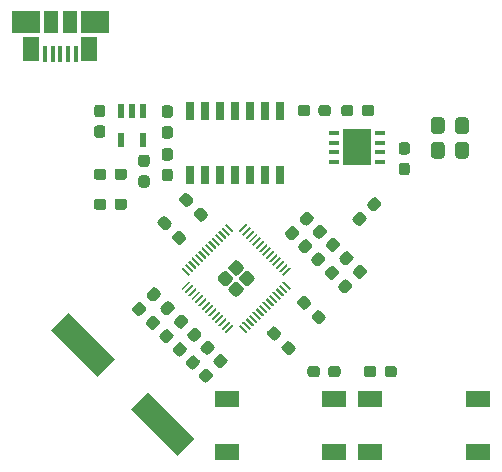
<source format=gtp>
G04 #@! TF.GenerationSoftware,KiCad,Pcbnew,(5.1.6)-1*
G04 #@! TF.CreationDate,2024-01-16T16:31:11-05:00*
G04 #@! TF.ProjectId,amiga-500-usb-kb-rp2040,616d6967-612d-4353-9030-2d7573622d6b,rev?*
G04 #@! TF.SameCoordinates,Original*
G04 #@! TF.FileFunction,Paste,Top*
G04 #@! TF.FilePolarity,Positive*
%FSLAX46Y46*%
G04 Gerber Fmt 4.6, Leading zero omitted, Abs format (unit mm)*
G04 Created by KiCad (PCBNEW (5.1.6)-1) date 2024-01-16 16:31:11*
%MOMM*%
%LPD*%
G01*
G04 APERTURE LIST*
%ADD10R,2.400000X3.100000*%
%ADD11R,0.850000X0.350000*%
%ADD12R,2.100000X1.400000*%
%ADD13R,0.650000X1.525000*%
%ADD14R,0.600000X1.200000*%
%ADD15C,0.100000*%
%ADD16R,0.450000X1.380000*%
%ADD17R,1.475000X2.100000*%
%ADD18R,1.175000X1.900000*%
%ADD19R,2.375000X1.900000*%
G04 APERTURE END LIST*
D10*
X158940500Y-75438000D03*
D11*
X160890500Y-74238000D03*
X160890500Y-75038000D03*
X160890500Y-75838000D03*
X160890500Y-76638000D03*
X156990500Y-76638000D03*
X156990500Y-75838000D03*
X156990500Y-75038000D03*
X156990500Y-74238000D03*
D12*
X157013500Y-101246500D03*
X147913500Y-101246500D03*
X157013500Y-96746500D03*
X147913500Y-96746500D03*
X169183500Y-101274000D03*
X160083500Y-101274000D03*
X169183500Y-96774000D03*
X160083500Y-96774000D03*
D13*
X144843500Y-77769000D03*
X146113500Y-77769000D03*
X147383500Y-77769000D03*
X148653500Y-77769000D03*
X149923500Y-77769000D03*
X151193500Y-77769000D03*
X152463500Y-77769000D03*
X152463500Y-72345000D03*
X151193500Y-72345000D03*
X149923500Y-72345000D03*
X148653500Y-72345000D03*
X147383500Y-72345000D03*
X146113500Y-72345000D03*
X144843500Y-72345000D03*
D14*
X140843000Y-72326500D03*
X139893000Y-72326500D03*
X138943000Y-72326500D03*
X138943000Y-74826500D03*
X140843000Y-74826500D03*
G36*
G01*
X168405500Y-75241999D02*
X168405500Y-76142001D01*
G75*
G02*
X168155501Y-76392000I-249999J0D01*
G01*
X167505499Y-76392000D01*
G75*
G02*
X167255500Y-76142001I0J249999D01*
G01*
X167255500Y-75241999D01*
G75*
G02*
X167505499Y-74992000I249999J0D01*
G01*
X168155501Y-74992000D01*
G75*
G02*
X168405500Y-75241999I0J-249999D01*
G01*
G37*
G36*
G01*
X166355500Y-75241999D02*
X166355500Y-76142001D01*
G75*
G02*
X166105501Y-76392000I-249999J0D01*
G01*
X165455499Y-76392000D01*
G75*
G02*
X165205500Y-76142001I0J249999D01*
G01*
X165205500Y-75241999D01*
G75*
G02*
X165455499Y-74992000I249999J0D01*
G01*
X166105501Y-74992000D01*
G75*
G02*
X166355500Y-75241999I0J-249999D01*
G01*
G37*
G36*
G01*
X166355500Y-73146499D02*
X166355500Y-74046501D01*
G75*
G02*
X166105501Y-74296500I-249999J0D01*
G01*
X165455499Y-74296500D01*
G75*
G02*
X165205500Y-74046501I0J249999D01*
G01*
X165205500Y-73146499D01*
G75*
G02*
X165455499Y-72896500I249999J0D01*
G01*
X166105501Y-72896500D01*
G75*
G02*
X166355500Y-73146499I0J-249999D01*
G01*
G37*
G36*
G01*
X168405500Y-73146499D02*
X168405500Y-74046501D01*
G75*
G02*
X168155501Y-74296500I-249999J0D01*
G01*
X167505499Y-74296500D01*
G75*
G02*
X167255500Y-74046501I0J249999D01*
G01*
X167255500Y-73146499D01*
G75*
G02*
X167505499Y-72896500I249999J0D01*
G01*
X168155501Y-72896500D01*
G75*
G02*
X168405500Y-73146499I0J-249999D01*
G01*
G37*
G36*
G01*
X148951926Y-82484636D02*
X149499935Y-81936629D01*
G75*
G02*
X149570645Y-81936629I35355J-35355D01*
G01*
X149641355Y-82007339D01*
G75*
G02*
X149641355Y-82078049I-35355J-35355D01*
G01*
X149093347Y-82626057D01*
G75*
G02*
X149022637Y-82626057I-35355J35355D01*
G01*
X148951927Y-82555347D01*
G75*
G02*
X148951927Y-82484637I35355J35355D01*
G01*
G37*
G36*
G01*
X149234769Y-82767479D02*
X149782778Y-82219472D01*
G75*
G02*
X149853488Y-82219472I35355J-35355D01*
G01*
X149924198Y-82290182D01*
G75*
G02*
X149924198Y-82360892I-35355J-35355D01*
G01*
X149376190Y-82908900D01*
G75*
G02*
X149305480Y-82908900I-35355J35355D01*
G01*
X149234770Y-82838190D01*
G75*
G02*
X149234770Y-82767480I35355J35355D01*
G01*
G37*
G36*
G01*
X149517611Y-83050321D02*
X150065620Y-82502314D01*
G75*
G02*
X150136330Y-82502314I35355J-35355D01*
G01*
X150207040Y-82573024D01*
G75*
G02*
X150207040Y-82643734I-35355J-35355D01*
G01*
X149659032Y-83191742D01*
G75*
G02*
X149588322Y-83191742I-35355J35355D01*
G01*
X149517612Y-83121032D01*
G75*
G02*
X149517612Y-83050322I35355J35355D01*
G01*
G37*
G36*
G01*
X149800454Y-83333164D02*
X150348463Y-82785157D01*
G75*
G02*
X150419173Y-82785157I35355J-35355D01*
G01*
X150489883Y-82855867D01*
G75*
G02*
X150489883Y-82926577I-35355J-35355D01*
G01*
X149941875Y-83474585D01*
G75*
G02*
X149871165Y-83474585I-35355J35355D01*
G01*
X149800455Y-83403875D01*
G75*
G02*
X149800455Y-83333165I35355J35355D01*
G01*
G37*
G36*
G01*
X150083297Y-83616007D02*
X150631306Y-83068000D01*
G75*
G02*
X150702016Y-83068000I35355J-35355D01*
G01*
X150772726Y-83138710D01*
G75*
G02*
X150772726Y-83209420I-35355J-35355D01*
G01*
X150224718Y-83757428D01*
G75*
G02*
X150154008Y-83757428I-35355J35355D01*
G01*
X150083298Y-83686718D01*
G75*
G02*
X150083298Y-83616008I35355J35355D01*
G01*
G37*
G36*
G01*
X150366139Y-83898849D02*
X150914148Y-83350842D01*
G75*
G02*
X150984858Y-83350842I35355J-35355D01*
G01*
X151055568Y-83421552D01*
G75*
G02*
X151055568Y-83492262I-35355J-35355D01*
G01*
X150507560Y-84040270D01*
G75*
G02*
X150436850Y-84040270I-35355J35355D01*
G01*
X150366140Y-83969560D01*
G75*
G02*
X150366140Y-83898850I35355J35355D01*
G01*
G37*
G36*
G01*
X150648982Y-84181692D02*
X151196991Y-83633685D01*
G75*
G02*
X151267701Y-83633685I35355J-35355D01*
G01*
X151338411Y-83704395D01*
G75*
G02*
X151338411Y-83775105I-35355J-35355D01*
G01*
X150790403Y-84323113D01*
G75*
G02*
X150719693Y-84323113I-35355J35355D01*
G01*
X150648983Y-84252403D01*
G75*
G02*
X150648983Y-84181693I35355J35355D01*
G01*
G37*
G36*
G01*
X150931825Y-84464535D02*
X151479834Y-83916528D01*
G75*
G02*
X151550544Y-83916528I35355J-35355D01*
G01*
X151621254Y-83987238D01*
G75*
G02*
X151621254Y-84057948I-35355J-35355D01*
G01*
X151073246Y-84605956D01*
G75*
G02*
X151002536Y-84605956I-35355J35355D01*
G01*
X150931826Y-84535246D01*
G75*
G02*
X150931826Y-84464536I35355J35355D01*
G01*
G37*
G36*
G01*
X151214668Y-84747378D02*
X151762677Y-84199371D01*
G75*
G02*
X151833387Y-84199371I35355J-35355D01*
G01*
X151904097Y-84270081D01*
G75*
G02*
X151904097Y-84340791I-35355J-35355D01*
G01*
X151356089Y-84888799D01*
G75*
G02*
X151285379Y-84888799I-35355J35355D01*
G01*
X151214669Y-84818089D01*
G75*
G02*
X151214669Y-84747379I35355J35355D01*
G01*
G37*
G36*
G01*
X151497510Y-85030220D02*
X152045519Y-84482213D01*
G75*
G02*
X152116229Y-84482213I35355J-35355D01*
G01*
X152186939Y-84552923D01*
G75*
G02*
X152186939Y-84623633I-35355J-35355D01*
G01*
X151638931Y-85171641D01*
G75*
G02*
X151568221Y-85171641I-35355J35355D01*
G01*
X151497511Y-85100931D01*
G75*
G02*
X151497511Y-85030221I35355J35355D01*
G01*
G37*
G36*
G01*
X151780353Y-85313063D02*
X152328362Y-84765056D01*
G75*
G02*
X152399072Y-84765056I35355J-35355D01*
G01*
X152469782Y-84835766D01*
G75*
G02*
X152469782Y-84906476I-35355J-35355D01*
G01*
X151921774Y-85454484D01*
G75*
G02*
X151851064Y-85454484I-35355J35355D01*
G01*
X151780354Y-85383774D01*
G75*
G02*
X151780354Y-85313064I35355J35355D01*
G01*
G37*
G36*
G01*
X152063196Y-85595906D02*
X152611205Y-85047899D01*
G75*
G02*
X152681915Y-85047899I35355J-35355D01*
G01*
X152752625Y-85118609D01*
G75*
G02*
X152752625Y-85189319I-35355J-35355D01*
G01*
X152204617Y-85737327D01*
G75*
G02*
X152133907Y-85737327I-35355J35355D01*
G01*
X152063197Y-85666617D01*
G75*
G02*
X152063197Y-85595907I35355J35355D01*
G01*
G37*
G36*
G01*
X152346038Y-85878748D02*
X152894047Y-85330741D01*
G75*
G02*
X152964757Y-85330741I35355J-35355D01*
G01*
X153035467Y-85401451D01*
G75*
G02*
X153035467Y-85472161I-35355J-35355D01*
G01*
X152487459Y-86020169D01*
G75*
G02*
X152416749Y-86020169I-35355J35355D01*
G01*
X152346039Y-85949459D01*
G75*
G02*
X152346039Y-85878749I35355J35355D01*
G01*
G37*
G36*
G01*
X152628881Y-86161591D02*
X153176890Y-85613584D01*
G75*
G02*
X153247600Y-85613584I35355J-35355D01*
G01*
X153318310Y-85684294D01*
G75*
G02*
X153318310Y-85755004I-35355J-35355D01*
G01*
X152770302Y-86303012D01*
G75*
G02*
X152699592Y-86303012I-35355J35355D01*
G01*
X152628882Y-86232302D01*
G75*
G02*
X152628882Y-86161592I35355J35355D01*
G01*
G37*
G36*
G01*
X152628881Y-86868698D02*
X152699592Y-86797988D01*
G75*
G02*
X152770302Y-86797988I35355J-35355D01*
G01*
X153318310Y-87345996D01*
G75*
G02*
X153318310Y-87416706I-35355J-35355D01*
G01*
X153247600Y-87487416D01*
G75*
G02*
X153176890Y-87487416I-35355J35355D01*
G01*
X152628882Y-86939408D01*
G75*
G02*
X152628882Y-86868698I35355J35355D01*
G01*
G37*
G36*
G01*
X152346038Y-87151541D02*
X152416749Y-87080831D01*
G75*
G02*
X152487459Y-87080831I35355J-35355D01*
G01*
X153035467Y-87628839D01*
G75*
G02*
X153035467Y-87699549I-35355J-35355D01*
G01*
X152964757Y-87770259D01*
G75*
G02*
X152894047Y-87770259I-35355J35355D01*
G01*
X152346039Y-87222251D01*
G75*
G02*
X152346039Y-87151541I35355J35355D01*
G01*
G37*
G36*
G01*
X152063196Y-87434383D02*
X152133907Y-87363673D01*
G75*
G02*
X152204617Y-87363673I35355J-35355D01*
G01*
X152752625Y-87911681D01*
G75*
G02*
X152752625Y-87982391I-35355J-35355D01*
G01*
X152681915Y-88053101D01*
G75*
G02*
X152611205Y-88053101I-35355J35355D01*
G01*
X152063197Y-87505093D01*
G75*
G02*
X152063197Y-87434383I35355J35355D01*
G01*
G37*
G36*
G01*
X151780353Y-87717226D02*
X151851064Y-87646516D01*
G75*
G02*
X151921774Y-87646516I35355J-35355D01*
G01*
X152469782Y-88194524D01*
G75*
G02*
X152469782Y-88265234I-35355J-35355D01*
G01*
X152399072Y-88335944D01*
G75*
G02*
X152328362Y-88335944I-35355J35355D01*
G01*
X151780354Y-87787936D01*
G75*
G02*
X151780354Y-87717226I35355J35355D01*
G01*
G37*
G36*
G01*
X151497510Y-88000069D02*
X151568221Y-87929359D01*
G75*
G02*
X151638931Y-87929359I35355J-35355D01*
G01*
X152186939Y-88477367D01*
G75*
G02*
X152186939Y-88548077I-35355J-35355D01*
G01*
X152116229Y-88618787D01*
G75*
G02*
X152045519Y-88618787I-35355J35355D01*
G01*
X151497511Y-88070779D01*
G75*
G02*
X151497511Y-88000069I35355J35355D01*
G01*
G37*
G36*
G01*
X151214668Y-88282911D02*
X151285379Y-88212201D01*
G75*
G02*
X151356089Y-88212201I35355J-35355D01*
G01*
X151904097Y-88760209D01*
G75*
G02*
X151904097Y-88830919I-35355J-35355D01*
G01*
X151833387Y-88901629D01*
G75*
G02*
X151762677Y-88901629I-35355J35355D01*
G01*
X151214669Y-88353621D01*
G75*
G02*
X151214669Y-88282911I35355J35355D01*
G01*
G37*
G36*
G01*
X150931825Y-88565754D02*
X151002536Y-88495044D01*
G75*
G02*
X151073246Y-88495044I35355J-35355D01*
G01*
X151621254Y-89043052D01*
G75*
G02*
X151621254Y-89113762I-35355J-35355D01*
G01*
X151550544Y-89184472D01*
G75*
G02*
X151479834Y-89184472I-35355J35355D01*
G01*
X150931826Y-88636464D01*
G75*
G02*
X150931826Y-88565754I35355J35355D01*
G01*
G37*
G36*
G01*
X150648982Y-88848597D02*
X150719693Y-88777887D01*
G75*
G02*
X150790403Y-88777887I35355J-35355D01*
G01*
X151338411Y-89325895D01*
G75*
G02*
X151338411Y-89396605I-35355J-35355D01*
G01*
X151267701Y-89467315D01*
G75*
G02*
X151196991Y-89467315I-35355J35355D01*
G01*
X150648983Y-88919307D01*
G75*
G02*
X150648983Y-88848597I35355J35355D01*
G01*
G37*
G36*
G01*
X150366139Y-89131440D02*
X150436850Y-89060730D01*
G75*
G02*
X150507560Y-89060730I35355J-35355D01*
G01*
X151055568Y-89608738D01*
G75*
G02*
X151055568Y-89679448I-35355J-35355D01*
G01*
X150984858Y-89750158D01*
G75*
G02*
X150914148Y-89750158I-35355J35355D01*
G01*
X150366140Y-89202150D01*
G75*
G02*
X150366140Y-89131440I35355J35355D01*
G01*
G37*
G36*
G01*
X150083297Y-89414282D02*
X150154008Y-89343572D01*
G75*
G02*
X150224718Y-89343572I35355J-35355D01*
G01*
X150772726Y-89891580D01*
G75*
G02*
X150772726Y-89962290I-35355J-35355D01*
G01*
X150702016Y-90033000D01*
G75*
G02*
X150631306Y-90033000I-35355J35355D01*
G01*
X150083298Y-89484992D01*
G75*
G02*
X150083298Y-89414282I35355J35355D01*
G01*
G37*
G36*
G01*
X149800454Y-89697125D02*
X149871165Y-89626415D01*
G75*
G02*
X149941875Y-89626415I35355J-35355D01*
G01*
X150489883Y-90174423D01*
G75*
G02*
X150489883Y-90245133I-35355J-35355D01*
G01*
X150419173Y-90315843D01*
G75*
G02*
X150348463Y-90315843I-35355J35355D01*
G01*
X149800455Y-89767835D01*
G75*
G02*
X149800455Y-89697125I35355J35355D01*
G01*
G37*
G36*
G01*
X149517611Y-89979968D02*
X149588322Y-89909258D01*
G75*
G02*
X149659032Y-89909258I35355J-35355D01*
G01*
X150207040Y-90457266D01*
G75*
G02*
X150207040Y-90527976I-35355J-35355D01*
G01*
X150136330Y-90598686D01*
G75*
G02*
X150065620Y-90598686I-35355J35355D01*
G01*
X149517612Y-90050678D01*
G75*
G02*
X149517612Y-89979968I35355J35355D01*
G01*
G37*
G36*
G01*
X149234769Y-90262810D02*
X149305480Y-90192100D01*
G75*
G02*
X149376190Y-90192100I35355J-35355D01*
G01*
X149924198Y-90740108D01*
G75*
G02*
X149924198Y-90810818I-35355J-35355D01*
G01*
X149853488Y-90881528D01*
G75*
G02*
X149782778Y-90881528I-35355J35355D01*
G01*
X149234770Y-90333520D01*
G75*
G02*
X149234770Y-90262810I35355J35355D01*
G01*
G37*
G36*
G01*
X148951926Y-90545653D02*
X149022637Y-90474943D01*
G75*
G02*
X149093347Y-90474943I35355J-35355D01*
G01*
X149641355Y-91022951D01*
G75*
G02*
X149641355Y-91093661I-35355J-35355D01*
G01*
X149570645Y-91164371D01*
G75*
G02*
X149499935Y-91164371I-35355J35355D01*
G01*
X148951927Y-90616363D01*
G75*
G02*
X148951927Y-90545653I35355J35355D01*
G01*
G37*
G36*
G01*
X147767522Y-91022950D02*
X148315531Y-90474943D01*
G75*
G02*
X148386241Y-90474943I35355J-35355D01*
G01*
X148456951Y-90545653D01*
G75*
G02*
X148456951Y-90616363I-35355J-35355D01*
G01*
X147908943Y-91164371D01*
G75*
G02*
X147838233Y-91164371I-35355J35355D01*
G01*
X147767523Y-91093661D01*
G75*
G02*
X147767523Y-91022951I35355J35355D01*
G01*
G37*
G36*
G01*
X147484679Y-90740107D02*
X148032688Y-90192100D01*
G75*
G02*
X148103398Y-90192100I35355J-35355D01*
G01*
X148174108Y-90262810D01*
G75*
G02*
X148174108Y-90333520I-35355J-35355D01*
G01*
X147626100Y-90881528D01*
G75*
G02*
X147555390Y-90881528I-35355J35355D01*
G01*
X147484680Y-90810818D01*
G75*
G02*
X147484680Y-90740108I35355J35355D01*
G01*
G37*
G36*
G01*
X147201837Y-90457265D02*
X147749846Y-89909258D01*
G75*
G02*
X147820556Y-89909258I35355J-35355D01*
G01*
X147891266Y-89979968D01*
G75*
G02*
X147891266Y-90050678I-35355J-35355D01*
G01*
X147343258Y-90598686D01*
G75*
G02*
X147272548Y-90598686I-35355J35355D01*
G01*
X147201838Y-90527976D01*
G75*
G02*
X147201838Y-90457266I35355J35355D01*
G01*
G37*
G36*
G01*
X146918994Y-90174422D02*
X147467003Y-89626415D01*
G75*
G02*
X147537713Y-89626415I35355J-35355D01*
G01*
X147608423Y-89697125D01*
G75*
G02*
X147608423Y-89767835I-35355J-35355D01*
G01*
X147060415Y-90315843D01*
G75*
G02*
X146989705Y-90315843I-35355J35355D01*
G01*
X146918995Y-90245133D01*
G75*
G02*
X146918995Y-90174423I35355J35355D01*
G01*
G37*
G36*
G01*
X146636151Y-89891579D02*
X147184160Y-89343572D01*
G75*
G02*
X147254870Y-89343572I35355J-35355D01*
G01*
X147325580Y-89414282D01*
G75*
G02*
X147325580Y-89484992I-35355J-35355D01*
G01*
X146777572Y-90033000D01*
G75*
G02*
X146706862Y-90033000I-35355J35355D01*
G01*
X146636152Y-89962290D01*
G75*
G02*
X146636152Y-89891580I35355J35355D01*
G01*
G37*
G36*
G01*
X146353309Y-89608737D02*
X146901318Y-89060730D01*
G75*
G02*
X146972028Y-89060730I35355J-35355D01*
G01*
X147042738Y-89131440D01*
G75*
G02*
X147042738Y-89202150I-35355J-35355D01*
G01*
X146494730Y-89750158D01*
G75*
G02*
X146424020Y-89750158I-35355J35355D01*
G01*
X146353310Y-89679448D01*
G75*
G02*
X146353310Y-89608738I35355J35355D01*
G01*
G37*
G36*
G01*
X146070466Y-89325894D02*
X146618475Y-88777887D01*
G75*
G02*
X146689185Y-88777887I35355J-35355D01*
G01*
X146759895Y-88848597D01*
G75*
G02*
X146759895Y-88919307I-35355J-35355D01*
G01*
X146211887Y-89467315D01*
G75*
G02*
X146141177Y-89467315I-35355J35355D01*
G01*
X146070467Y-89396605D01*
G75*
G02*
X146070467Y-89325895I35355J35355D01*
G01*
G37*
G36*
G01*
X145787623Y-89043051D02*
X146335632Y-88495044D01*
G75*
G02*
X146406342Y-88495044I35355J-35355D01*
G01*
X146477052Y-88565754D01*
G75*
G02*
X146477052Y-88636464I-35355J-35355D01*
G01*
X145929044Y-89184472D01*
G75*
G02*
X145858334Y-89184472I-35355J35355D01*
G01*
X145787624Y-89113762D01*
G75*
G02*
X145787624Y-89043052I35355J35355D01*
G01*
G37*
G36*
G01*
X145504780Y-88760208D02*
X146052789Y-88212201D01*
G75*
G02*
X146123499Y-88212201I35355J-35355D01*
G01*
X146194209Y-88282911D01*
G75*
G02*
X146194209Y-88353621I-35355J-35355D01*
G01*
X145646201Y-88901629D01*
G75*
G02*
X145575491Y-88901629I-35355J35355D01*
G01*
X145504781Y-88830919D01*
G75*
G02*
X145504781Y-88760209I35355J35355D01*
G01*
G37*
G36*
G01*
X145221938Y-88477366D02*
X145769947Y-87929359D01*
G75*
G02*
X145840657Y-87929359I35355J-35355D01*
G01*
X145911367Y-88000069D01*
G75*
G02*
X145911367Y-88070779I-35355J-35355D01*
G01*
X145363359Y-88618787D01*
G75*
G02*
X145292649Y-88618787I-35355J35355D01*
G01*
X145221939Y-88548077D01*
G75*
G02*
X145221939Y-88477367I35355J35355D01*
G01*
G37*
G36*
G01*
X144939095Y-88194523D02*
X145487104Y-87646516D01*
G75*
G02*
X145557814Y-87646516I35355J-35355D01*
G01*
X145628524Y-87717226D01*
G75*
G02*
X145628524Y-87787936I-35355J-35355D01*
G01*
X145080516Y-88335944D01*
G75*
G02*
X145009806Y-88335944I-35355J35355D01*
G01*
X144939096Y-88265234D01*
G75*
G02*
X144939096Y-88194524I35355J35355D01*
G01*
G37*
G36*
G01*
X144656252Y-87911680D02*
X145204261Y-87363673D01*
G75*
G02*
X145274971Y-87363673I35355J-35355D01*
G01*
X145345681Y-87434383D01*
G75*
G02*
X145345681Y-87505093I-35355J-35355D01*
G01*
X144797673Y-88053101D01*
G75*
G02*
X144726963Y-88053101I-35355J35355D01*
G01*
X144656253Y-87982391D01*
G75*
G02*
X144656253Y-87911681I35355J35355D01*
G01*
G37*
G36*
G01*
X144373410Y-87628838D02*
X144921419Y-87080831D01*
G75*
G02*
X144992129Y-87080831I35355J-35355D01*
G01*
X145062839Y-87151541D01*
G75*
G02*
X145062839Y-87222251I-35355J-35355D01*
G01*
X144514831Y-87770259D01*
G75*
G02*
X144444121Y-87770259I-35355J35355D01*
G01*
X144373411Y-87699549D01*
G75*
G02*
X144373411Y-87628839I35355J35355D01*
G01*
G37*
G36*
G01*
X144090567Y-87345995D02*
X144638576Y-86797988D01*
G75*
G02*
X144709286Y-86797988I35355J-35355D01*
G01*
X144779996Y-86868698D01*
G75*
G02*
X144779996Y-86939408I-35355J-35355D01*
G01*
X144231988Y-87487416D01*
G75*
G02*
X144161278Y-87487416I-35355J35355D01*
G01*
X144090568Y-87416706D01*
G75*
G02*
X144090568Y-87345996I35355J35355D01*
G01*
G37*
G36*
G01*
X144090567Y-85684294D02*
X144161278Y-85613584D01*
G75*
G02*
X144231988Y-85613584I35355J-35355D01*
G01*
X144779996Y-86161592D01*
G75*
G02*
X144779996Y-86232302I-35355J-35355D01*
G01*
X144709286Y-86303012D01*
G75*
G02*
X144638576Y-86303012I-35355J35355D01*
G01*
X144090568Y-85755004D01*
G75*
G02*
X144090568Y-85684294I35355J35355D01*
G01*
G37*
G36*
G01*
X144373410Y-85401451D02*
X144444121Y-85330741D01*
G75*
G02*
X144514831Y-85330741I35355J-35355D01*
G01*
X145062839Y-85878749D01*
G75*
G02*
X145062839Y-85949459I-35355J-35355D01*
G01*
X144992129Y-86020169D01*
G75*
G02*
X144921419Y-86020169I-35355J35355D01*
G01*
X144373411Y-85472161D01*
G75*
G02*
X144373411Y-85401451I35355J35355D01*
G01*
G37*
G36*
G01*
X144656252Y-85118609D02*
X144726963Y-85047899D01*
G75*
G02*
X144797673Y-85047899I35355J-35355D01*
G01*
X145345681Y-85595907D01*
G75*
G02*
X145345681Y-85666617I-35355J-35355D01*
G01*
X145274971Y-85737327D01*
G75*
G02*
X145204261Y-85737327I-35355J35355D01*
G01*
X144656253Y-85189319D01*
G75*
G02*
X144656253Y-85118609I35355J35355D01*
G01*
G37*
G36*
G01*
X144939095Y-84835766D02*
X145009806Y-84765056D01*
G75*
G02*
X145080516Y-84765056I35355J-35355D01*
G01*
X145628524Y-85313064D01*
G75*
G02*
X145628524Y-85383774I-35355J-35355D01*
G01*
X145557814Y-85454484D01*
G75*
G02*
X145487104Y-85454484I-35355J35355D01*
G01*
X144939096Y-84906476D01*
G75*
G02*
X144939096Y-84835766I35355J35355D01*
G01*
G37*
G36*
G01*
X145221938Y-84552923D02*
X145292649Y-84482213D01*
G75*
G02*
X145363359Y-84482213I35355J-35355D01*
G01*
X145911367Y-85030221D01*
G75*
G02*
X145911367Y-85100931I-35355J-35355D01*
G01*
X145840657Y-85171641D01*
G75*
G02*
X145769947Y-85171641I-35355J35355D01*
G01*
X145221939Y-84623633D01*
G75*
G02*
X145221939Y-84552923I35355J35355D01*
G01*
G37*
G36*
G01*
X145504780Y-84270081D02*
X145575491Y-84199371D01*
G75*
G02*
X145646201Y-84199371I35355J-35355D01*
G01*
X146194209Y-84747379D01*
G75*
G02*
X146194209Y-84818089I-35355J-35355D01*
G01*
X146123499Y-84888799D01*
G75*
G02*
X146052789Y-84888799I-35355J35355D01*
G01*
X145504781Y-84340791D01*
G75*
G02*
X145504781Y-84270081I35355J35355D01*
G01*
G37*
G36*
G01*
X145787623Y-83987238D02*
X145858334Y-83916528D01*
G75*
G02*
X145929044Y-83916528I35355J-35355D01*
G01*
X146477052Y-84464536D01*
G75*
G02*
X146477052Y-84535246I-35355J-35355D01*
G01*
X146406342Y-84605956D01*
G75*
G02*
X146335632Y-84605956I-35355J35355D01*
G01*
X145787624Y-84057948D01*
G75*
G02*
X145787624Y-83987238I35355J35355D01*
G01*
G37*
G36*
G01*
X146070466Y-83704395D02*
X146141177Y-83633685D01*
G75*
G02*
X146211887Y-83633685I35355J-35355D01*
G01*
X146759895Y-84181693D01*
G75*
G02*
X146759895Y-84252403I-35355J-35355D01*
G01*
X146689185Y-84323113D01*
G75*
G02*
X146618475Y-84323113I-35355J35355D01*
G01*
X146070467Y-83775105D01*
G75*
G02*
X146070467Y-83704395I35355J35355D01*
G01*
G37*
G36*
G01*
X146353309Y-83421552D02*
X146424020Y-83350842D01*
G75*
G02*
X146494730Y-83350842I35355J-35355D01*
G01*
X147042738Y-83898850D01*
G75*
G02*
X147042738Y-83969560I-35355J-35355D01*
G01*
X146972028Y-84040270D01*
G75*
G02*
X146901318Y-84040270I-35355J35355D01*
G01*
X146353310Y-83492262D01*
G75*
G02*
X146353310Y-83421552I35355J35355D01*
G01*
G37*
G36*
G01*
X146636151Y-83138710D02*
X146706862Y-83068000D01*
G75*
G02*
X146777572Y-83068000I35355J-35355D01*
G01*
X147325580Y-83616008D01*
G75*
G02*
X147325580Y-83686718I-35355J-35355D01*
G01*
X147254870Y-83757428D01*
G75*
G02*
X147184160Y-83757428I-35355J35355D01*
G01*
X146636152Y-83209420D01*
G75*
G02*
X146636152Y-83138710I35355J35355D01*
G01*
G37*
G36*
G01*
X146918994Y-82855867D02*
X146989705Y-82785157D01*
G75*
G02*
X147060415Y-82785157I35355J-35355D01*
G01*
X147608423Y-83333165D01*
G75*
G02*
X147608423Y-83403875I-35355J-35355D01*
G01*
X147537713Y-83474585D01*
G75*
G02*
X147467003Y-83474585I-35355J35355D01*
G01*
X146918995Y-82926577D01*
G75*
G02*
X146918995Y-82855867I35355J35355D01*
G01*
G37*
G36*
G01*
X147201837Y-82573024D02*
X147272548Y-82502314D01*
G75*
G02*
X147343258Y-82502314I35355J-35355D01*
G01*
X147891266Y-83050322D01*
G75*
G02*
X147891266Y-83121032I-35355J-35355D01*
G01*
X147820556Y-83191742D01*
G75*
G02*
X147749846Y-83191742I-35355J35355D01*
G01*
X147201838Y-82643734D01*
G75*
G02*
X147201838Y-82573024I35355J35355D01*
G01*
G37*
G36*
G01*
X147484679Y-82290182D02*
X147555390Y-82219472D01*
G75*
G02*
X147626100Y-82219472I35355J-35355D01*
G01*
X148174108Y-82767480D01*
G75*
G02*
X148174108Y-82838190I-35355J-35355D01*
G01*
X148103398Y-82908900D01*
G75*
G02*
X148032688Y-82908900I-35355J35355D01*
G01*
X147484680Y-82360892D01*
G75*
G02*
X147484680Y-82290182I35355J35355D01*
G01*
G37*
G36*
G01*
X147767522Y-82007339D02*
X147838233Y-81936629D01*
G75*
G02*
X147908943Y-81936629I35355J-35355D01*
G01*
X148456951Y-82484637D01*
G75*
G02*
X148456951Y-82555347I-35355J-35355D01*
G01*
X148386241Y-82626057D01*
G75*
G02*
X148315531Y-82626057I-35355J35355D01*
G01*
X147767523Y-82078049D01*
G75*
G02*
X147767523Y-82007339I35355J35355D01*
G01*
G37*
G36*
G01*
X148114405Y-87275284D02*
X148527662Y-86862027D01*
G75*
G02*
X148881216Y-86862027I176777J-176777D01*
G01*
X149294473Y-87275284D01*
G75*
G02*
X149294473Y-87628838I-176777J-176777D01*
G01*
X148881216Y-88042095D01*
G75*
G02*
X148527662Y-88042095I-176777J176777D01*
G01*
X148114405Y-87628838D01*
G75*
G02*
X148114405Y-87275284I176777J176777D01*
G01*
G37*
G36*
G01*
X149015966Y-86373723D02*
X149429223Y-85960466D01*
G75*
G02*
X149782777Y-85960466I176777J-176777D01*
G01*
X150196034Y-86373723D01*
G75*
G02*
X150196034Y-86727277I-176777J-176777D01*
G01*
X149782777Y-87140534D01*
G75*
G02*
X149429223Y-87140534I-176777J176777D01*
G01*
X149015966Y-86727277D01*
G75*
G02*
X149015966Y-86373723I176777J176777D01*
G01*
G37*
G36*
G01*
X147212844Y-86373723D02*
X147626101Y-85960466D01*
G75*
G02*
X147979655Y-85960466I176777J-176777D01*
G01*
X148392912Y-86373723D01*
G75*
G02*
X148392912Y-86727277I-176777J-176777D01*
G01*
X147979655Y-87140534D01*
G75*
G02*
X147626101Y-87140534I-176777J176777D01*
G01*
X147212844Y-86727277D01*
G75*
G02*
X147212844Y-86373723I176777J176777D01*
G01*
G37*
G36*
G01*
X148114405Y-85472162D02*
X148527662Y-85058905D01*
G75*
G02*
X148881216Y-85058905I176777J-176777D01*
G01*
X149294473Y-85472162D01*
G75*
G02*
X149294473Y-85825716I-176777J-176777D01*
G01*
X148881216Y-86238973D01*
G75*
G02*
X148527662Y-86238973I-176777J176777D01*
G01*
X148114405Y-85825716D01*
G75*
G02*
X148114405Y-85472162I176777J176777D01*
G01*
G37*
D15*
G36*
X137007180Y-94867604D02*
G01*
X133047382Y-90907806D01*
X134532306Y-89422882D01*
X138492104Y-93382680D01*
X137007180Y-94867604D01*
G37*
G36*
X143724694Y-101585118D02*
G01*
X139764896Y-97625320D01*
X141249820Y-96140396D01*
X145209618Y-100100194D01*
X143724694Y-101585118D01*
G37*
G36*
G01*
X143112500Y-78312500D02*
X142637500Y-78312500D01*
G75*
G02*
X142400000Y-78075000I0J237500D01*
G01*
X142400000Y-77500000D01*
G75*
G02*
X142637500Y-77262500I237500J0D01*
G01*
X143112500Y-77262500D01*
G75*
G02*
X143350000Y-77500000I0J-237500D01*
G01*
X143350000Y-78075000D01*
G75*
G02*
X143112500Y-78312500I-237500J0D01*
G01*
G37*
G36*
G01*
X143112500Y-76562500D02*
X142637500Y-76562500D01*
G75*
G02*
X142400000Y-76325000I0J237500D01*
G01*
X142400000Y-75750000D01*
G75*
G02*
X142637500Y-75512500I237500J0D01*
G01*
X143112500Y-75512500D01*
G75*
G02*
X143350000Y-75750000I0J-237500D01*
G01*
X143350000Y-76325000D01*
G75*
G02*
X143112500Y-76562500I-237500J0D01*
G01*
G37*
G36*
G01*
X143112500Y-72943000D02*
X142637500Y-72943000D01*
G75*
G02*
X142400000Y-72705500I0J237500D01*
G01*
X142400000Y-72130500D01*
G75*
G02*
X142637500Y-71893000I237500J0D01*
G01*
X143112500Y-71893000D01*
G75*
G02*
X143350000Y-72130500I0J-237500D01*
G01*
X143350000Y-72705500D01*
G75*
G02*
X143112500Y-72943000I-237500J0D01*
G01*
G37*
G36*
G01*
X143112500Y-74693000D02*
X142637500Y-74693000D01*
G75*
G02*
X142400000Y-74455500I0J237500D01*
G01*
X142400000Y-73880500D01*
G75*
G02*
X142637500Y-73643000I237500J0D01*
G01*
X143112500Y-73643000D01*
G75*
G02*
X143350000Y-73880500I0J-237500D01*
G01*
X143350000Y-74455500D01*
G75*
G02*
X143112500Y-74693000I-237500J0D01*
G01*
G37*
G36*
G01*
X147586793Y-92996331D02*
X147922669Y-93332207D01*
G75*
G02*
X147922669Y-93668083I-167938J-167938D01*
G01*
X147516083Y-94074669D01*
G75*
G02*
X147180207Y-94074669I-167938J167938D01*
G01*
X146844331Y-93738793D01*
G75*
G02*
X146844331Y-93402917I167938J167938D01*
G01*
X147250917Y-92996331D01*
G75*
G02*
X147586793Y-92996331I167938J-167938D01*
G01*
G37*
G36*
G01*
X146349357Y-94233767D02*
X146685233Y-94569643D01*
G75*
G02*
X146685233Y-94905519I-167938J-167938D01*
G01*
X146278647Y-95312105D01*
G75*
G02*
X145942771Y-95312105I-167938J167938D01*
G01*
X145606895Y-94976229D01*
G75*
G02*
X145606895Y-94640353I167938J167938D01*
G01*
X146013481Y-94233767D01*
G75*
G02*
X146349357Y-94233767I167938J-167938D01*
G01*
G37*
G36*
G01*
X140291271Y-89660605D02*
X139955395Y-89324729D01*
G75*
G02*
X139955395Y-88988853I167938J167938D01*
G01*
X140361981Y-88582267D01*
G75*
G02*
X140697857Y-88582267I167938J-167938D01*
G01*
X141033733Y-88918143D01*
G75*
G02*
X141033733Y-89254019I-167938J-167938D01*
G01*
X140627147Y-89660605D01*
G75*
G02*
X140291271Y-89660605I-167938J167938D01*
G01*
G37*
G36*
G01*
X141528707Y-88423169D02*
X141192831Y-88087293D01*
G75*
G02*
X141192831Y-87751417I167938J167938D01*
G01*
X141599417Y-87344831D01*
G75*
G02*
X141935293Y-87344831I167938J-167938D01*
G01*
X142271169Y-87680707D01*
G75*
G02*
X142271169Y-88016583I-167938J-167938D01*
G01*
X141864583Y-88423169D01*
G75*
G02*
X141528707Y-88423169I-167938J167938D01*
G01*
G37*
G36*
G01*
X160197707Y-80803169D02*
X159861831Y-80467293D01*
G75*
G02*
X159861831Y-80131417I167938J167938D01*
G01*
X160268417Y-79724831D01*
G75*
G02*
X160604293Y-79724831I167938J-167938D01*
G01*
X160940169Y-80060707D01*
G75*
G02*
X160940169Y-80396583I-167938J-167938D01*
G01*
X160533583Y-80803169D01*
G75*
G02*
X160197707Y-80803169I-167938J167938D01*
G01*
G37*
G36*
G01*
X158960271Y-82040605D02*
X158624395Y-81704729D01*
G75*
G02*
X158624395Y-81368853I167938J167938D01*
G01*
X159030981Y-80962267D01*
G75*
G02*
X159366857Y-80962267I167938J-167938D01*
G01*
X159702733Y-81298143D01*
G75*
G02*
X159702733Y-81634019I-167938J-167938D01*
G01*
X159296147Y-82040605D01*
G75*
G02*
X158960271Y-82040605I-167938J167938D01*
G01*
G37*
G36*
G01*
X156610771Y-86612605D02*
X156274895Y-86276729D01*
G75*
G02*
X156274895Y-85940853I167938J167938D01*
G01*
X156681481Y-85534267D01*
G75*
G02*
X157017357Y-85534267I167938J-167938D01*
G01*
X157353233Y-85870143D01*
G75*
G02*
X157353233Y-86206019I-167938J-167938D01*
G01*
X156946647Y-86612605D01*
G75*
G02*
X156610771Y-86612605I-167938J167938D01*
G01*
G37*
G36*
G01*
X157848207Y-85375169D02*
X157512331Y-85039293D01*
G75*
G02*
X157512331Y-84703417I167938J167938D01*
G01*
X157918917Y-84296831D01*
G75*
G02*
X158254793Y-84296831I167938J-167938D01*
G01*
X158590669Y-84632707D01*
G75*
G02*
X158590669Y-84968583I-167938J-167938D01*
G01*
X158184083Y-85375169D01*
G75*
G02*
X157848207Y-85375169I-167938J167938D01*
G01*
G37*
G36*
G01*
X158991207Y-86518169D02*
X158655331Y-86182293D01*
G75*
G02*
X158655331Y-85846417I167938J167938D01*
G01*
X159061917Y-85439831D01*
G75*
G02*
X159397793Y-85439831I167938J-167938D01*
G01*
X159733669Y-85775707D01*
G75*
G02*
X159733669Y-86111583I-167938J-167938D01*
G01*
X159327083Y-86518169D01*
G75*
G02*
X158991207Y-86518169I-167938J167938D01*
G01*
G37*
G36*
G01*
X157753771Y-87755605D02*
X157417895Y-87419729D01*
G75*
G02*
X157417895Y-87083853I167938J167938D01*
G01*
X157824481Y-86677267D01*
G75*
G02*
X158160357Y-86677267I167938J-167938D01*
G01*
X158496233Y-87013143D01*
G75*
G02*
X158496233Y-87349019I-167938J-167938D01*
G01*
X158089647Y-87755605D01*
G75*
G02*
X157753771Y-87755605I-167938J167938D01*
G01*
G37*
G36*
G01*
X146255387Y-81340011D02*
X145919511Y-81675887D01*
G75*
G02*
X145583635Y-81675887I-167938J167938D01*
G01*
X145177049Y-81269301D01*
G75*
G02*
X145177049Y-80933425I167938J167938D01*
G01*
X145512925Y-80597549D01*
G75*
G02*
X145848801Y-80597549I167938J-167938D01*
G01*
X146255387Y-81004135D01*
G75*
G02*
X146255387Y-81340011I-167938J-167938D01*
G01*
G37*
G36*
G01*
X145017951Y-80102575D02*
X144682075Y-80438451D01*
G75*
G02*
X144346199Y-80438451I-167938J167938D01*
G01*
X143939613Y-80031865D01*
G75*
G02*
X143939613Y-79695989I167938J167938D01*
G01*
X144275489Y-79360113D01*
G75*
G02*
X144611365Y-79360113I167938J-167938D01*
G01*
X145017951Y-79766699D01*
G75*
G02*
X145017951Y-80102575I-167938J-167938D01*
G01*
G37*
G36*
G01*
X143176451Y-82071075D02*
X142840575Y-82406951D01*
G75*
G02*
X142504699Y-82406951I-167938J167938D01*
G01*
X142098113Y-82000365D01*
G75*
G02*
X142098113Y-81664489I167938J167938D01*
G01*
X142433989Y-81328613D01*
G75*
G02*
X142769865Y-81328613I167938J-167938D01*
G01*
X143176451Y-81735199D01*
G75*
G02*
X143176451Y-82071075I-167938J-167938D01*
G01*
G37*
G36*
G01*
X144413887Y-83308511D02*
X144078011Y-83644387D01*
G75*
G02*
X143742135Y-83644387I-167938J167938D01*
G01*
X143335549Y-83237801D01*
G75*
G02*
X143335549Y-82901925I167938J167938D01*
G01*
X143671425Y-82566049D01*
G75*
G02*
X144007301Y-82566049I167938J-167938D01*
G01*
X144413887Y-82972635D01*
G75*
G02*
X144413887Y-83308511I-167938J-167938D01*
G01*
G37*
G36*
G01*
X144252229Y-89663395D02*
X144588105Y-89999271D01*
G75*
G02*
X144588105Y-90335147I-167938J-167938D01*
G01*
X144181519Y-90741733D01*
G75*
G02*
X143845643Y-90741733I-167938J167938D01*
G01*
X143509767Y-90405857D01*
G75*
G02*
X143509767Y-90069981I167938J167938D01*
G01*
X143916353Y-89663395D01*
G75*
G02*
X144252229Y-89663395I167938J-167938D01*
G01*
G37*
G36*
G01*
X143014793Y-90900831D02*
X143350669Y-91236707D01*
G75*
G02*
X143350669Y-91572583I-167938J-167938D01*
G01*
X142944083Y-91979169D01*
G75*
G02*
X142608207Y-91979169I-167938J167938D01*
G01*
X142272331Y-91643293D01*
G75*
G02*
X142272331Y-91307417I167938J167938D01*
G01*
X142678917Y-90900831D01*
G75*
G02*
X143014793Y-90900831I167938J-167938D01*
G01*
G37*
G36*
G01*
X155146549Y-89632925D02*
X155482425Y-89297049D01*
G75*
G02*
X155818301Y-89297049I167938J-167938D01*
G01*
X156224887Y-89703635D01*
G75*
G02*
X156224887Y-90039511I-167938J-167938D01*
G01*
X155889011Y-90375387D01*
G75*
G02*
X155553135Y-90375387I-167938J167938D01*
G01*
X155146549Y-89968801D01*
G75*
G02*
X155146549Y-89632925I167938J167938D01*
G01*
G37*
G36*
G01*
X153909113Y-88395489D02*
X154244989Y-88059613D01*
G75*
G02*
X154580865Y-88059613I167938J-167938D01*
G01*
X154987451Y-88466199D01*
G75*
G02*
X154987451Y-88802075I-167938J-167938D01*
G01*
X154651575Y-89137951D01*
G75*
G02*
X154315699Y-89137951I-167938J167938D01*
G01*
X153909113Y-88731365D01*
G75*
G02*
X153909113Y-88395489I167938J167938D01*
G01*
G37*
G36*
G01*
X151369113Y-90998989D02*
X151704989Y-90663113D01*
G75*
G02*
X152040865Y-90663113I167938J-167938D01*
G01*
X152447451Y-91069699D01*
G75*
G02*
X152447451Y-91405575I-167938J-167938D01*
G01*
X152111575Y-91741451D01*
G75*
G02*
X151775699Y-91741451I-167938J167938D01*
G01*
X151369113Y-91334865D01*
G75*
G02*
X151369113Y-90998989I167938J167938D01*
G01*
G37*
G36*
G01*
X152606549Y-92236425D02*
X152942425Y-91900549D01*
G75*
G02*
X153278301Y-91900549I167938J-167938D01*
G01*
X153684887Y-92307135D01*
G75*
G02*
X153684887Y-92643011I-167938J-167938D01*
G01*
X153349011Y-92978887D01*
G75*
G02*
X153013135Y-92978887I-167938J167938D01*
G01*
X152606549Y-92572301D01*
G75*
G02*
X152606549Y-92236425I167938J167938D01*
G01*
G37*
G36*
G01*
X155593143Y-83121733D02*
X155257267Y-82785857D01*
G75*
G02*
X155257267Y-82449981I167938J167938D01*
G01*
X155663853Y-82043395D01*
G75*
G02*
X155999729Y-82043395I167938J-167938D01*
G01*
X156335605Y-82379271D01*
G75*
G02*
X156335605Y-82715147I-167938J-167938D01*
G01*
X155929019Y-83121733D01*
G75*
G02*
X155593143Y-83121733I-167938J167938D01*
G01*
G37*
G36*
G01*
X154355707Y-84359169D02*
X154019831Y-84023293D01*
G75*
G02*
X154019831Y-83687417I167938J167938D01*
G01*
X154426417Y-83280831D01*
G75*
G02*
X154762293Y-83280831I167938J-167938D01*
G01*
X155098169Y-83616707D01*
G75*
G02*
X155098169Y-83952583I-167938J-167938D01*
G01*
X154691583Y-84359169D01*
G75*
G02*
X154355707Y-84359169I-167938J167938D01*
G01*
G37*
G36*
G01*
X153245271Y-83247105D02*
X152909395Y-82911229D01*
G75*
G02*
X152909395Y-82575353I167938J167938D01*
G01*
X153315981Y-82168767D01*
G75*
G02*
X153651857Y-82168767I167938J-167938D01*
G01*
X153987733Y-82504643D01*
G75*
G02*
X153987733Y-82840519I-167938J-167938D01*
G01*
X153581147Y-83247105D01*
G75*
G02*
X153245271Y-83247105I-167938J167938D01*
G01*
G37*
G36*
G01*
X154482707Y-82009669D02*
X154146831Y-81673793D01*
G75*
G02*
X154146831Y-81337917I167938J167938D01*
G01*
X154553417Y-80931331D01*
G75*
G02*
X154889293Y-80931331I167938J-167938D01*
G01*
X155225169Y-81267207D01*
G75*
G02*
X155225169Y-81603083I-167938J-167938D01*
G01*
X154818583Y-82009669D01*
G75*
G02*
X154482707Y-82009669I-167938J167938D01*
G01*
G37*
G36*
G01*
X144126857Y-92011267D02*
X144462733Y-92347143D01*
G75*
G02*
X144462733Y-92683019I-167938J-167938D01*
G01*
X144056147Y-93089605D01*
G75*
G02*
X143720271Y-93089605I-167938J167938D01*
G01*
X143384395Y-92753729D01*
G75*
G02*
X143384395Y-92417853I167938J167938D01*
G01*
X143790981Y-92011267D01*
G75*
G02*
X144126857Y-92011267I167938J-167938D01*
G01*
G37*
G36*
G01*
X145364293Y-90773831D02*
X145700169Y-91109707D01*
G75*
G02*
X145700169Y-91445583I-167938J-167938D01*
G01*
X145293583Y-91852169D01*
G75*
G02*
X144957707Y-91852169I-167938J167938D01*
G01*
X144621831Y-91516293D01*
G75*
G02*
X144621831Y-91180417I167938J167938D01*
G01*
X145028417Y-90773831D01*
G75*
G02*
X145364293Y-90773831I167938J-167938D01*
G01*
G37*
G36*
G01*
X146491011Y-91869613D02*
X146826887Y-92205489D01*
G75*
G02*
X146826887Y-92541365I-167938J-167938D01*
G01*
X146420301Y-92947951D01*
G75*
G02*
X146084425Y-92947951I-167938J167938D01*
G01*
X145748549Y-92612075D01*
G75*
G02*
X145748549Y-92276199I167938J167938D01*
G01*
X146155135Y-91869613D01*
G75*
G02*
X146491011Y-91869613I167938J-167938D01*
G01*
G37*
G36*
G01*
X145253575Y-93107049D02*
X145589451Y-93442925D01*
G75*
G02*
X145589451Y-93778801I-167938J-167938D01*
G01*
X145182865Y-94185387D01*
G75*
G02*
X144846989Y-94185387I-167938J167938D01*
G01*
X144511113Y-93849511D01*
G75*
G02*
X144511113Y-93513635I167938J167938D01*
G01*
X144917699Y-93107049D01*
G75*
G02*
X145253575Y-93107049I167938J-167938D01*
G01*
G37*
G36*
G01*
X136922500Y-71829500D02*
X137397500Y-71829500D01*
G75*
G02*
X137635000Y-72067000I0J-237500D01*
G01*
X137635000Y-72642000D01*
G75*
G02*
X137397500Y-72879500I-237500J0D01*
G01*
X136922500Y-72879500D01*
G75*
G02*
X136685000Y-72642000I0J237500D01*
G01*
X136685000Y-72067000D01*
G75*
G02*
X136922500Y-71829500I237500J0D01*
G01*
G37*
G36*
G01*
X136922500Y-73579500D02*
X137397500Y-73579500D01*
G75*
G02*
X137635000Y-73817000I0J-237500D01*
G01*
X137635000Y-74392000D01*
G75*
G02*
X137397500Y-74629500I-237500J0D01*
G01*
X136922500Y-74629500D01*
G75*
G02*
X136685000Y-74392000I0J237500D01*
G01*
X136685000Y-73817000D01*
G75*
G02*
X136922500Y-73579500I237500J0D01*
G01*
G37*
G36*
G01*
X140669000Y-77806000D02*
X141144000Y-77806000D01*
G75*
G02*
X141381500Y-78043500I0J-237500D01*
G01*
X141381500Y-78618500D01*
G75*
G02*
X141144000Y-78856000I-237500J0D01*
G01*
X140669000Y-78856000D01*
G75*
G02*
X140431500Y-78618500I0J237500D01*
G01*
X140431500Y-78043500D01*
G75*
G02*
X140669000Y-77806000I237500J0D01*
G01*
G37*
G36*
G01*
X140669000Y-76056000D02*
X141144000Y-76056000D01*
G75*
G02*
X141381500Y-76293500I0J-237500D01*
G01*
X141381500Y-76868500D01*
G75*
G02*
X141144000Y-77106000I-237500J0D01*
G01*
X140669000Y-77106000D01*
G75*
G02*
X140431500Y-76868500I0J237500D01*
G01*
X140431500Y-76293500D01*
G75*
G02*
X140669000Y-76056000I237500J0D01*
G01*
G37*
G36*
G01*
X162703500Y-76754500D02*
X163178500Y-76754500D01*
G75*
G02*
X163416000Y-76992000I0J-237500D01*
G01*
X163416000Y-77567000D01*
G75*
G02*
X163178500Y-77804500I-237500J0D01*
G01*
X162703500Y-77804500D01*
G75*
G02*
X162466000Y-77567000I0J237500D01*
G01*
X162466000Y-76992000D01*
G75*
G02*
X162703500Y-76754500I237500J0D01*
G01*
G37*
G36*
G01*
X162703500Y-75004500D02*
X163178500Y-75004500D01*
G75*
G02*
X163416000Y-75242000I0J-237500D01*
G01*
X163416000Y-75817000D01*
G75*
G02*
X163178500Y-76054500I-237500J0D01*
G01*
X162703500Y-76054500D01*
G75*
G02*
X162466000Y-75817000I0J237500D01*
G01*
X162466000Y-75242000D01*
G75*
G02*
X162703500Y-75004500I237500J0D01*
G01*
G37*
G36*
G01*
X154980000Y-72089000D02*
X154980000Y-72564000D01*
G75*
G02*
X154742500Y-72801500I-237500J0D01*
G01*
X154167500Y-72801500D01*
G75*
G02*
X153930000Y-72564000I0J237500D01*
G01*
X153930000Y-72089000D01*
G75*
G02*
X154167500Y-71851500I237500J0D01*
G01*
X154742500Y-71851500D01*
G75*
G02*
X154980000Y-72089000I0J-237500D01*
G01*
G37*
G36*
G01*
X156730000Y-72089000D02*
X156730000Y-72564000D01*
G75*
G02*
X156492500Y-72801500I-237500J0D01*
G01*
X155917500Y-72801500D01*
G75*
G02*
X155680000Y-72564000I0J237500D01*
G01*
X155680000Y-72089000D01*
G75*
G02*
X155917500Y-71851500I237500J0D01*
G01*
X156492500Y-71851500D01*
G75*
G02*
X156730000Y-72089000I0J-237500D01*
G01*
G37*
G36*
G01*
X154746500Y-94662000D02*
X154746500Y-94187000D01*
G75*
G02*
X154984000Y-93949500I237500J0D01*
G01*
X155559000Y-93949500D01*
G75*
G02*
X155796500Y-94187000I0J-237500D01*
G01*
X155796500Y-94662000D01*
G75*
G02*
X155559000Y-94899500I-237500J0D01*
G01*
X154984000Y-94899500D01*
G75*
G02*
X154746500Y-94662000I0J237500D01*
G01*
G37*
G36*
G01*
X156496500Y-94662000D02*
X156496500Y-94187000D01*
G75*
G02*
X156734000Y-93949500I237500J0D01*
G01*
X157309000Y-93949500D01*
G75*
G02*
X157546500Y-94187000I0J-237500D01*
G01*
X157546500Y-94662000D01*
G75*
G02*
X157309000Y-94899500I-237500J0D01*
G01*
X156734000Y-94899500D01*
G75*
G02*
X156496500Y-94662000I0J237500D01*
G01*
G37*
G36*
G01*
X161273000Y-94662000D02*
X161273000Y-94187000D01*
G75*
G02*
X161510500Y-93949500I237500J0D01*
G01*
X162085500Y-93949500D01*
G75*
G02*
X162323000Y-94187000I0J-237500D01*
G01*
X162323000Y-94662000D01*
G75*
G02*
X162085500Y-94899500I-237500J0D01*
G01*
X161510500Y-94899500D01*
G75*
G02*
X161273000Y-94662000I0J237500D01*
G01*
G37*
G36*
G01*
X159523000Y-94662000D02*
X159523000Y-94187000D01*
G75*
G02*
X159760500Y-93949500I237500J0D01*
G01*
X160335500Y-93949500D01*
G75*
G02*
X160573000Y-94187000I0J-237500D01*
G01*
X160573000Y-94662000D01*
G75*
G02*
X160335500Y-94899500I-237500J0D01*
G01*
X159760500Y-94899500D01*
G75*
G02*
X159523000Y-94662000I0J237500D01*
G01*
G37*
G36*
G01*
X141465207Y-90836169D02*
X141129331Y-90500293D01*
G75*
G02*
X141129331Y-90164417I167938J167938D01*
G01*
X141535917Y-89757831D01*
G75*
G02*
X141871793Y-89757831I167938J-167938D01*
G01*
X142207669Y-90093707D01*
G75*
G02*
X142207669Y-90429583I-167938J-167938D01*
G01*
X141801083Y-90836169D01*
G75*
G02*
X141465207Y-90836169I-167938J167938D01*
G01*
G37*
G36*
G01*
X142702643Y-89598733D02*
X142366767Y-89262857D01*
G75*
G02*
X142366767Y-88926981I167938J167938D01*
G01*
X142773353Y-88520395D01*
G75*
G02*
X143109229Y-88520395I167938J-167938D01*
G01*
X143445105Y-88856271D01*
G75*
G02*
X143445105Y-89192147I-167938J-167938D01*
G01*
X143038519Y-89598733D01*
G75*
G02*
X142702643Y-89598733I-167938J167938D01*
G01*
G37*
G36*
G01*
X160390000Y-72089000D02*
X160390000Y-72564000D01*
G75*
G02*
X160152500Y-72801500I-237500J0D01*
G01*
X159577500Y-72801500D01*
G75*
G02*
X159340000Y-72564000I0J237500D01*
G01*
X159340000Y-72089000D01*
G75*
G02*
X159577500Y-71851500I237500J0D01*
G01*
X160152500Y-71851500D01*
G75*
G02*
X160390000Y-72089000I0J-237500D01*
G01*
G37*
G36*
G01*
X158640000Y-72089000D02*
X158640000Y-72564000D01*
G75*
G02*
X158402500Y-72801500I-237500J0D01*
G01*
X157827500Y-72801500D01*
G75*
G02*
X157590000Y-72564000I0J237500D01*
G01*
X157590000Y-72089000D01*
G75*
G02*
X157827500Y-71851500I237500J0D01*
G01*
X158402500Y-71851500D01*
G75*
G02*
X158640000Y-72089000I0J-237500D01*
G01*
G37*
G36*
G01*
X156705207Y-84232169D02*
X156369331Y-83896293D01*
G75*
G02*
X156369331Y-83560417I167938J167938D01*
G01*
X156775917Y-83153831D01*
G75*
G02*
X157111793Y-83153831I167938J-167938D01*
G01*
X157447669Y-83489707D01*
G75*
G02*
X157447669Y-83825583I-167938J-167938D01*
G01*
X157041083Y-84232169D01*
G75*
G02*
X156705207Y-84232169I-167938J167938D01*
G01*
G37*
G36*
G01*
X155467771Y-85469605D02*
X155131895Y-85133729D01*
G75*
G02*
X155131895Y-84797853I167938J167938D01*
G01*
X155538481Y-84391267D01*
G75*
G02*
X155874357Y-84391267I167938J-167938D01*
G01*
X156210233Y-84727143D01*
G75*
G02*
X156210233Y-85063019I-167938J-167938D01*
G01*
X155803647Y-85469605D01*
G75*
G02*
X155467771Y-85469605I-167938J167938D01*
G01*
G37*
G36*
G01*
X136663000Y-77961500D02*
X136663000Y-77486500D01*
G75*
G02*
X136900500Y-77249000I237500J0D01*
G01*
X137475500Y-77249000D01*
G75*
G02*
X137713000Y-77486500I0J-237500D01*
G01*
X137713000Y-77961500D01*
G75*
G02*
X137475500Y-78199000I-237500J0D01*
G01*
X136900500Y-78199000D01*
G75*
G02*
X136663000Y-77961500I0J237500D01*
G01*
G37*
G36*
G01*
X138413000Y-77961500D02*
X138413000Y-77486500D01*
G75*
G02*
X138650500Y-77249000I237500J0D01*
G01*
X139225500Y-77249000D01*
G75*
G02*
X139463000Y-77486500I0J-237500D01*
G01*
X139463000Y-77961500D01*
G75*
G02*
X139225500Y-78199000I-237500J0D01*
G01*
X138650500Y-78199000D01*
G75*
G02*
X138413000Y-77961500I0J237500D01*
G01*
G37*
G36*
G01*
X137713000Y-80026500D02*
X137713000Y-80501500D01*
G75*
G02*
X137475500Y-80739000I-237500J0D01*
G01*
X136900500Y-80739000D01*
G75*
G02*
X136663000Y-80501500I0J237500D01*
G01*
X136663000Y-80026500D01*
G75*
G02*
X136900500Y-79789000I237500J0D01*
G01*
X137475500Y-79789000D01*
G75*
G02*
X137713000Y-80026500I0J-237500D01*
G01*
G37*
G36*
G01*
X139463000Y-80026500D02*
X139463000Y-80501500D01*
G75*
G02*
X139225500Y-80739000I-237500J0D01*
G01*
X138650500Y-80739000D01*
G75*
G02*
X138413000Y-80501500I0J237500D01*
G01*
X138413000Y-80026500D01*
G75*
G02*
X138650500Y-79789000I237500J0D01*
G01*
X139225500Y-79789000D01*
G75*
G02*
X139463000Y-80026500I0J-237500D01*
G01*
G37*
D16*
X135128000Y-67500500D03*
X134478000Y-67500500D03*
X133828000Y-67500500D03*
X133178000Y-67500500D03*
X132528000Y-67500500D03*
D17*
X131375500Y-67140500D03*
X136280500Y-67140500D03*
D18*
X134665500Y-64840500D03*
X132990500Y-64840500D03*
D19*
X136740500Y-64840500D03*
X130915500Y-64840500D03*
M02*

</source>
